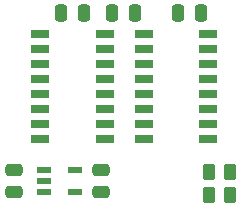
<source format=gtp>
%TF.GenerationSoftware,KiCad,Pcbnew,9.0.7-9.0.7~ubuntu24.04.1*%
%TF.CreationDate,2026-01-16T09:46:13+02:00*%
%TF.ProjectId,SNES Controller Reader,534e4553-2043-46f6-9e74-726f6c6c6572,V2*%
%TF.SameCoordinates,Original*%
%TF.FileFunction,Paste,Top*%
%TF.FilePolarity,Positive*%
%FSLAX46Y46*%
G04 Gerber Fmt 4.6, Leading zero omitted, Abs format (unit mm)*
G04 Created by KiCad (PCBNEW 9.0.7-9.0.7~ubuntu24.04.1) date 2026-01-16 09:46:13*
%MOMM*%
%LPD*%
G01*
G04 APERTURE LIST*
G04 Aperture macros list*
%AMRoundRect*
0 Rectangle with rounded corners*
0 $1 Rounding radius*
0 $2 $3 $4 $5 $6 $7 $8 $9 X,Y pos of 4 corners*
0 Add a 4 corners polygon primitive as box body*
4,1,4,$2,$3,$4,$5,$6,$7,$8,$9,$2,$3,0*
0 Add four circle primitives for the rounded corners*
1,1,$1+$1,$2,$3*
1,1,$1+$1,$4,$5*
1,1,$1+$1,$6,$7*
1,1,$1+$1,$8,$9*
0 Add four rect primitives between the rounded corners*
20,1,$1+$1,$2,$3,$4,$5,0*
20,1,$1+$1,$4,$5,$6,$7,0*
20,1,$1+$1,$6,$7,$8,$9,0*
20,1,$1+$1,$8,$9,$2,$3,0*%
G04 Aperture macros list end*
%ADD10RoundRect,0.250000X0.475000X-0.250000X0.475000X0.250000X-0.475000X0.250000X-0.475000X-0.250000X0*%
%ADD11RoundRect,0.250000X-0.262500X-0.450000X0.262500X-0.450000X0.262500X0.450000X-0.262500X0.450000X0*%
%ADD12R,1.550000X0.650000*%
%ADD13R,1.150000X0.600000*%
%ADD14RoundRect,0.250000X0.250000X0.475000X-0.250000X0.475000X-0.250000X-0.475000X0.250000X-0.475000X0*%
%ADD15RoundRect,0.250000X0.262500X0.450000X-0.262500X0.450000X-0.262500X-0.450000X0.262500X-0.450000X0*%
G04 APERTURE END LIST*
D10*
%TO.C,C10*%
X9640000Y-29514000D03*
X9640000Y-31414000D03*
%TD*%
D11*
%TO.C,R2*%
X20597500Y-29708000D03*
X18772500Y-29708000D03*
%TD*%
D12*
%TO.C,IC6*%
X9964000Y-18034000D03*
X9964000Y-19304000D03*
X9964000Y-20574000D03*
X9964000Y-21844000D03*
X9964000Y-23114000D03*
X9964000Y-24384000D03*
X9964000Y-25654000D03*
X9964000Y-26924000D03*
X4514000Y-26924000D03*
X4514000Y-25654000D03*
X4514000Y-24384000D03*
X4514000Y-23114000D03*
X4514000Y-21844000D03*
X4514000Y-20574000D03*
X4514000Y-19304000D03*
X4514000Y-18034000D03*
%TD*%
D13*
%TO.C,IC11*%
X7414000Y-29530000D03*
X7414000Y-31430000D03*
X4814000Y-31430000D03*
X4814000Y-30480000D03*
X4814000Y-29530000D03*
%TD*%
D14*
%TO.C,C8*%
X6273000Y-16256000D03*
X8173000Y-16256000D03*
%TD*%
%TO.C,C7*%
X16179000Y-16256000D03*
X18079000Y-16256000D03*
%TD*%
%TO.C,C6*%
X10591000Y-16256000D03*
X12491000Y-16256000D03*
%TD*%
D10*
%TO.C,C9*%
X2304000Y-29514000D03*
X2304000Y-31414000D03*
%TD*%
D15*
%TO.C,R1*%
X18772500Y-31633000D03*
X20597500Y-31633000D03*
%TD*%
D12*
%TO.C,IC7*%
X18727000Y-18034000D03*
X18727000Y-19304000D03*
X18727000Y-20574000D03*
X18727000Y-21844000D03*
X18727000Y-23114000D03*
X18727000Y-24384000D03*
X18727000Y-25654000D03*
X18727000Y-26924000D03*
X13277000Y-26924000D03*
X13277000Y-25654000D03*
X13277000Y-24384000D03*
X13277000Y-23114000D03*
X13277000Y-21844000D03*
X13277000Y-20574000D03*
X13277000Y-19304000D03*
X13277000Y-18034000D03*
%TD*%
M02*

</source>
